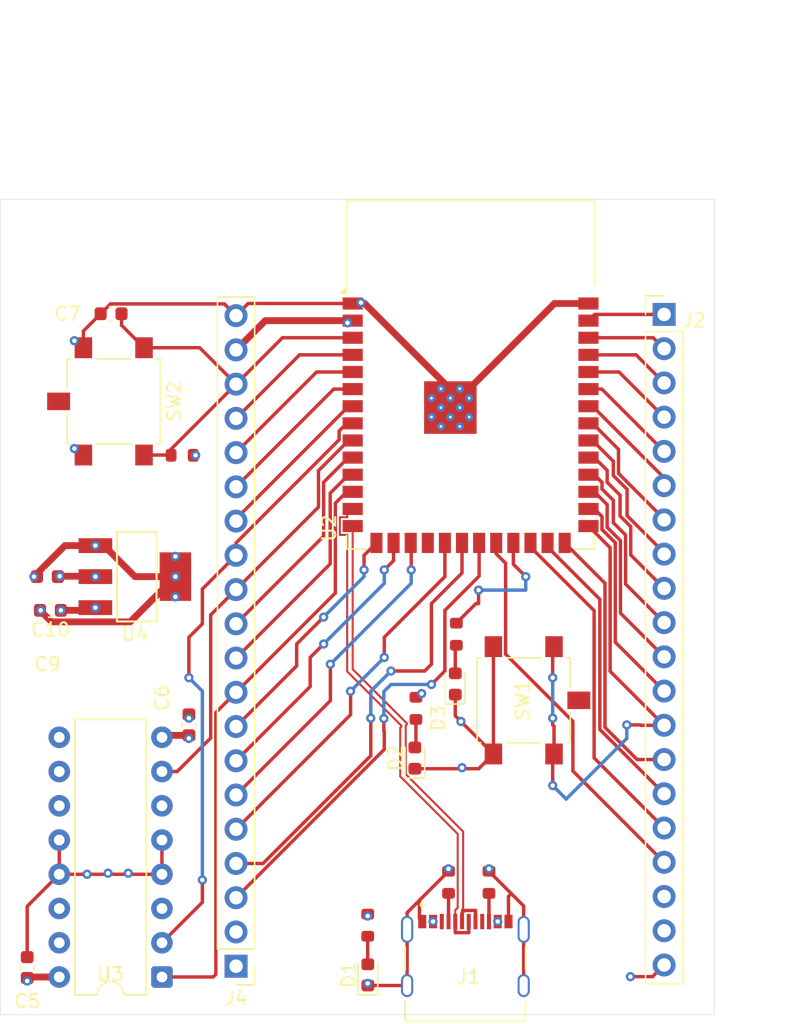
<source format=kicad_pcb>
(kicad_pcb (version 20241229) (generator "pcbnew") (generator_version "9.0")
  (layers (0 "F.Cu" signal "Front") (4 "In1.Cu" signal) (6 "In2.Cu" signal) (2 "B.Cu" signal "Back") (13 "F.Paste" user) (15 "B.Paste" user) (5 "F.SilkS" user "F.Silkscreen") (7 "B.SilkS" user "B.Silkscreen") (1 "F.Mask" user) (3 "B.Mask" user) (25 "Edge.Cuts" user))
  (net 0 "")
  (net 1 "GND")
  (net 2 "+3V3")
  (net 3 "+5V")
  (net 4 "EN")
  (net 5 "Net-(D1-A)")
  (net 6 "Net-(D2-A)")
  (net 7 "Net-(D3-A)")
  (net 9 "Net-(J1-CC1)")
  (net 10 "D+")
  (net 11 "Net-(J1-CC2)")
  (net 12 "D-")
  (net 14 "GPIO_21")
  (net 15 "GPIO_0")
  (net 16 "Select")
  (net 17 "In1")
  (net 18 "RX")
  (net 19 "A")
  (net 20 "Z1")
  (net 21 "ENA")
  (net 22 "RT")
  (net 23 "SX")
  (net 24 "GPIO_40")
  (net 25 "GPIO_41")
  (net 26 "X")
  (net 27 "GPIO_37")
  (net 28 "Start")
  (net 29 "GPIO_38")
  (net 30 "B")
  (net 31 "DL")
  (net 32 "GPIO_36")
  (net 33 "GPIO_18")
  (net 34 "GPIO_35")
  (net 35 "TX")
  (net 36 "CY")
  (net 37 "Y")
  (net 38 "DU")
  (net 39 "Z2")
  (net 40 "DR")
  (net 41 "CX")
  (net 42 "DD")
  (net 43 "GPIO_39")
  (net 44 "LT")
  (net 45 "In2")
  (net 46 "SY")
  (net 47 "M+")
  (net 49 "M-")
  (net 54 "GPIO_48")
  (footprint "PCM_JLCPCB:R_0603" (layer "F.Cu") (at 131.85 103.2725 -90)
    (property "Reference" "R6" (hide yes))
    (property "Value" "5.1kΩ")
  )
  (footprint "PCM_JLCPCB:R_0603" (layer "F.Cu") (at 125.27 124.855 -90)
    (property "Reference" "R4" (hide yes))
    (property "Value" "5.1kΩ")
  )
  (footprint "Package_DIP:DIP-16_W7.62mm" (layer "F.Cu") (at 110 128.7 180)
    (property "Reference" "U3")
    (property "Value" "L293D" (hide yes))
  )
  (footprint "LED_SMD:LED_0603_1608Metric" (layer "F.Cu") (at 131.77 106.9625 90)
    (property "Reference" "D3")
    (property "Value" "LED")
  )
  (footprint "PCM_JLCPCB:R_0603" (layer "F.Cu") (at 128.85 108.7725 -90)
    (property "Reference" "R5" (hide yes))
    (property "Value" "5.1kΩ")
  )
  (footprint "Connector_PinHeader_2.54mm:PinHeader_1x20_P2.54mm_Vertical" (layer "F.Cu") (at 115.5 127.9 180)
    (property "Reference" "J4")
    (property "Value" "Conn_01x20_Socket" (hide yes))
  )
  (footprint "LED_SMD:LED_0603_1608Metric" (layer "F.Cu") (at 128.77 112.4625 90)
    (property "Reference" "D2")
    (property "Value" "LED")
  )
  (footprint "Capacitor_SMD:C_0603_1608Metric" (layer "F.Cu") (at 101.725 101.5 180)
    (property "Reference" "C10")
    (property "Value" "1uF" (hide yes))
  )
  (footprint "LED_SMD:LED_0603_1608Metric" (layer "F.Cu") (at 125.28 128.545 90)
    (property "Reference" "D1")
    (property "Value" "LED")
  )
  (footprint "PCM_JLCPCB:R_0603" (layer "F.Cu") (at 111.5 90 180)
    (property "Reference" "R1" (hide yes))
    (property "Value" "5.1kΩ")
  )
  (footprint "Button_Switch_SMD:SW_SPST_B3S-1100" (layer "F.Cu") (at 105.5 86 -90)
    (property "Reference" "SW2")
    (property "Value" "SW_Push")
  )
  (footprint "Capacitor_SMD:C_0603_1608Metric" (layer "F.Cu") (at 112 110 90)
    (property "Reference" "C6")
    (property "Value" "100uF")
  )
  (footprint "PCM_JLCPCB:R_0603" (layer "F.Cu") (at 134.27 121.675 90)
    (property "Reference" "R2" (hide yes))
    (property "Value" "5.1kΩ")
  )
  (footprint "PCM_JLCPCB:R_0603" (layer "F.Cu") (at 131.27 121.675 -90)
    (property "Reference" "R3" (hide yes))
    (property "Value" "5.1kΩ")
  )
  (footprint "Type_C:Updated_TYPE-C-31-M-12" (layer "F.Cu") (at 132.52 129.3375)
    (property "Reference" "J1")
    (property "Value" "TYPE-C-31-M-12")
  )
  (footprint "Connector_PinHeader_2.54mm:PinHeader_1x20_P2.54mm_Vertical" (layer "F.Cu") (at 147.27 79.55)
    (property "Reference" "J2")
    (property "Value" "Conn_01x20_Socket" (hide yes))
  )
  (footprint "Capacitor_SMD:C_0603_1608Metric" (layer "F.Cu") (at 106.225 79.5)
    (property "Reference" "C7")
    (property "Value" "1uF")
  )
  (footprint "RF_Module:ESP32-S3-WROOM-1" (layer "F.Cu") (at 132.905 84)
    (property "Reference" "U2")
    (property "Value" "ESP32-S3-WROOM-1")
  )
  (footprint "Capacitor_SMD:C_0603_1608Metric" (layer "F.Cu") (at 101.5 99 180)
    (property "Reference" "C9")
    (property "Value" "1uF" (hide yes))
  )
  (footprint "Button_Switch_SMD:SW_SPST_B3S-1100" (layer "F.Cu") (at 137.77 108.175 90)
    (property "Reference" "SW1")
    (property "Value" "SW_Push")
  )
  (footprint "Capacitor_SMD:C_0603_1608Metric" (layer "F.Cu") (at 100 128 90)
    (property "Reference" "C5")
    (property "Value" "0.1uF")
  )
  (footprint "bl8072:bl8072" (layer "F.Cu") (at 108.03 99 180)
    (property "Reference" "U4")
    (property "Value" "~" (hide yes))
  )
  (gr_rect (start 98 71) (end 151 131.5) (stroke (width 0.0381)) (fill no) (layer "Edge.Cuts"))
  (segment (start 131.27 120.855) (end 129.11 123.015) (width 0.254) (layer "F.Cu") (net 1))
  (segment (start 131.405 85.1) (end 131.405 86.46) (width 0.508) (layer "F.Cu") (net 1))
  (segment (start 105.7 96.7) (end 108 99) (width 0.508) (layer "F.Cu") (net 1))
  (segment (start 104.17 80.78) (end 105.45 79.5) (width 0.254) (layer "F.Cu") (net 1))
  (segment (start 100.5 99) (end 102.8 96.7) (width 0.508) (layer "F.Cu") (net 1))
  (segment (start 108 99) (end 111 99) (width 0.508) (layer "F.Cu") (net 1))
  (segment (start 139.125 78.74) (end 131.405 86.46) (width 0.508) (layer "F.Cu") (net 1))
  (segment (start 105.06 96.7) (end 105.7 96.7) (width 0.508) (layer "F.Cu") (net 1))
  (segment (start 100 127.225) (end 100 123.46) (width 0.254) (layer "F.Cu") (net 1))
  (segment (start 129.11 123.015) (end 128.195 123.93) (width 0.254) (layer "F.Cu") (net 1))
  (segment (start 134.6 104.195) (end 134.6 112.155) (width 0.254) (layer "F.Cu") (net 1))
  (segment (start 128.19 129.3325) (end 128.195 129.3375) (width 0.254) (layer "F.Cu") (net 1))
  (segment (start 135.93 122.515) (end 136.845 123.43) (width 0.254) (layer "F.Cu") (net 1))
  (segment (start 135.72 122.725) (end 135.93 122.515) (width 0.254) (layer "F.Cu") (net 1))
  (segment (start 107.643 102.357) (end 111 99) (width 0.508) (layer "F.Cu") (net 1))
  (segment (start 110 118.54) (end 110 121.08) (width 0.254) (layer "F.Cu") (net 1))
  (segment (start 141.655 78.74) (end 139.125 78.74) (width 0.508) (layer "F.Cu") (net 1))
  (segment (start 100.95 101.5) (end 101.807 102.357) (width 0.508) (layer "F.Cu") (net 1))
  (segment (start 101.807 102.357) (end 107.643 102.357) (width 0.508) (layer "F.Cu") (net 1))
  (segment (start 102.8 96.7) (end 105.06 96.7) (width 0.508) (layer "F.Cu") (net 1))
  (segment (start 129.11 124.3775) (end 129.11 123.015) (width 0.254) (layer "F.Cu") (net 1))
  (segment (start 106.18 78.77) (end 105.45 79.5) (width 0.254) (layer "F.Cu") (net 1))
  (segment (start 134.27 120.855) (end 135.93 122.515) (width 0.254) (layer "F.Cu") (net 1))
  (segment (start 114.63 78.77) (end 106.18 78.77) (width 0.254) (layer "F.Cu") (net 1))
  (segment (start 131.77 109.325) (end 134.6 112.155) (width 0.254) (layer "F.Cu") (net 1))
  (segment (start 102.38 118.54) (end 102.38 121.08) (width 0.254) (layer "F.Cu") (net 1))
  (segment (start 115.5 79.64) (end 114.63 78.77) (width 0.254) (layer "F.Cu") (net 1))
  (segment (start 125.28 129.3325) (end 128.19 129.3325) (width 0.254) (layer "F.Cu") (net 1))
  (segment (start 124.155 78.74) (end 125.045 78.74) (width 0.508) (layer "F.Cu") (net 1))
  (segment (start 100 123.46) (end 102.38 121.08) (width 0.254) (layer "F.Cu") (net 1))
  (segment (start 136.845 123.43) (end 136.845 125.1675) (width 0.254) (layer "F.Cu") (net 1))
  (segment (start 102.38 121.08) (end 110 121.08) (width 0.254) (layer "F.Cu") (net 1))
  (segment (start 133.505 113.25) (end 134.6 112.155) (width 0.254) (layer "F.Cu") (net 1))
  (segment (start 131.77 107.75) (end 131.77 109.325) (width 0.254) (layer "F.Cu") (net 1))
  (segment (start 128.77 113.25) (end 133.505 113.25) (width 0.254) (layer "F.Cu") (net 1))
  (segment (start 115.5 79.64) (end 116.4 78.74) (width 0.254) (layer "F.Cu") (net 1))
  (segment (start 128.195 125.1675) (end 128.195 129.3375) (width 0.254) (layer "F.Cu") (net 1))
  (segment (start 129.32 124.5875) (end 129.11 124.3775) (width 0.254) (layer "F.Cu") (net 1))
  (segment (start 116.4 78.74) (end 124.155 78.74) (width 0.254) (layer "F.Cu") (net 1))
  (segment (start 125.045 78.74) (end 131.405 85.1) (width 0.508) (layer "F.Cu") (net 1))
  (segment (start 136.845 125.1675) (end 136.845 129.3375) (width 0.254) (layer "F.Cu") (net 1))
  (segment (start 128.195 123.93) (end 128.195 125.1675) (width 0.254) (layer "F.Cu") (net 1))
  (segment (start 104.17 82.02) (end 104.17 80.78) (width 0.254) (layer "F.Cu") (net 1))
  (segment (start 135.72 124.5875) (end 135.72 122.725) (width 0.254) (layer "F.Cu") (net 1))
  (via (at 106 121) (size 0.6858) (drill 0.3302) (layers "F.Cu" "B.Cu") (net 1))
  (via (at 104.44373 121.08) (size 0.6858) (drill 0.3302) (layers "F.Cu" "B.Cu") (net 1))
  (via (at 101 101.5) (size 0.6858) (drill 0.3302) (layers "F.Cu" "B.Cu") (net 1))
  (via (at 111 97.5) (size 0.6858) (drill 0.3302) (layers "F.Cu" "B.Cu") (net 1))
  (via (at 105.06 96.7) (size 0.6858) (drill 0.3302) (layers "F.Cu" "B.Cu") (net 1))
  (via (at 103.5 89.5) (size 0.6858) (drill 0.3302) (layers "F.Cu" "B.Cu") (net 1))
  (via (at 134.27 120.675) (size 0.6858) (drill 0.3302) (layers "F.Cu" "B.Cu") (net 1))
  (via (at 125.27 129.175) (size 0.6858) (drill 0.3302) (layers "F.Cu" "B.Cu") (net 1))
  (via (at 111 99) (size 0.6858) (drill 0.3302) (layers "F.Cu" "B.Cu") (net 1))
  (via (at 111 100.5) (size 0.6858) (drill 0.3302) (layers "F.Cu" "B.Cu") (net 1))
  (via (at 131.27 120.675) (size 0.6858) (drill 0.3302) (layers "F.Cu" "B.Cu") (net 1))
  (via (at 103.5 81.5) (size 0.6858) (drill 0.3302) (layers "F.Cu" "B.Cu") (net 1))
  (via (at 107.5 121) (size 0.6858) (drill 0.3302) (layers "F.Cu" "B.Cu") (net 1))
  (via (at 100.5 99) (size 0.6858) (drill 0.3302) (layers "F.Cu" "B.Cu") (net 1))
  (via (at 112 109.5) (size 0.6858) (drill 0.3302) (layers "F.Cu" "B.Cu") (net 1))
  (via (at 124.77 78.675) (size 0.6858) (drill 0.3302) (layers "F.Cu" "B.Cu") (net 1))
  (via (at 132.190731 109.745731) (size 0.6858) (drill 0.3302) (layers "F.Cu" "B.Cu") (net 1))
  (via (at 132.27 113.175) (size 0.6858) (drill 0.3302) (layers "F.Cu" "B.Cu") (net 1))
  (segment (start 115.5 82.18) (end 117.67 80.01) (width 0.508) (layer "F.Cu") (net 2))
  (segment (start 105.031278 98.971278) (end 105.06 99) (width 0.508) (layer "F.Cu") (net 2))
  (segment (start 117.67 80.01) (end 124.155 80.01) (width 0.508) (layer "F.Cu") (net 2))
  (segment (start 102.415246 98.971278) (end 105.031278 98.971278) (width 0.508) (layer "F.Cu") (net 2))
  (via (at 123.77 80.175) (size 0.6858) (drill 0.3302) (layers "F.Cu" "B.Cu") (net 2))
  (via (at 102.415246 98.971278) (size 0.6858) (drill 0.3302) (layers "F.Cu" "B.Cu") (net 2))
  (via (at 112.5 90) (size 0.6858) (drill 0.3302) (layers "F.Cu" "B.Cu") (net 2))
  (via (at 105.06 99) (size 0.6858) (drill 0.3302) (layers "F.Cu" "B.Cu") (net 2))
  (via (at 129.27 107.675) (size 0.6858) (drill 0.3302) (layers "F.Cu" "B.Cu") (net 2))
  (segment (start 104.86 101.5) (end 105.06 101.3) (width 0.508) (layer "F.Cu") (net 3))
  (segment (start 146.405 128.675) (end 147.27 127.81) (width 0.254) (layer "F.Cu") (net 3))
  (segment (start 110.145 110.775) (end 110 110.92) (width 0.254) (layer "F.Cu") (net 3))
  (segment (start 102.5 101.5) (end 104.86 101.5) (width 0.508) (layer "F.Cu") (net 3))
  (segment (start 102.38 128.7) (end 100.075 128.7) (width 0.508) (layer "F.Cu") (net 3))
  (segment (start 111.855 110.92) (end 112 110.775) (width 0.254) (layer "F.Cu") (net 3))
  (segment (start 144.77 128.675) (end 146.405 128.675) (width 0.254) (layer "F.Cu") (net 3))
  (segment (start 100.075 128.7) (end 100 128.775) (width 0.254) (layer "F.Cu") (net 3))
  (segment (start 112 110.775) (end 110.145 110.775) (width 0.508) (layer "F.Cu") (net 3))
  (via (at 102.5 101.5) (size 0.6858) (drill 0.3302) (layers "F.Cu" "B.Cu") (net 3))
  (via (at 125.27 124.175) (size 0.6858) (drill 0.3302) (layers "F.Cu" "B.Cu") (net 3))
  (via (at 112 111) (size 0.6858) (drill 0.3302) (layers "F.Cu" "B.Cu") (net 3))
  (via (at 130.12 124.5875) (size 0.6858) (drill 0.3302) (layers "F.Cu" "B.Cu") (net 3))
  (via (at 105.06 101.3) (size 0.6858) (drill 0.3302) (layers "F.Cu" "B.Cu") (net 3))
  (via (at 100 129) (size 0.6858) (drill 0.3302) (layers "F.Cu" "B.Cu") (net 3))
  (via (at 144.77 128.675) (size 0.6858) (drill 0.3302) (layers "F.Cu" "B.Cu") (net 3))
  (via (at 134.92 124.5875) (size 0.6858) (drill 0.3302) (layers "F.Cu" "B.Cu") (net 3))
  (segment (start 112.8 82.02) (end 115.5 84.72) (width 0.254) (layer "F.Cu") (net 4))
  (segment (start 110.66 89.98) (end 110.68 90) (width 0.254) (layer "F.Cu") (net 4))
  (segment (start 108.67 82.02) (end 112.8 82.02) (width 0.254) (layer "F.Cu") (net 4))
  (segment (start 110.68 89.54) (end 115.5 84.72) (width 0.254) (layer "F.Cu") (net 4))
  (segment (start 118.94 81.28) (end 124.155 81.28) (width 0.254) (layer "F.Cu") (net 4))
  (segment (start 108.67 89.98) (end 110.66 89.98) (width 0.254) (layer "F.Cu") (net 4))
  (segment (start 107 80.35) (end 108.67 82.02) (width 0.254) (layer "F.Cu") (net 4))
  (segment (start 115.5 84.72) (end 118.94 81.28) (width 0.254) (layer "F.Cu") (net 4))
  (segment (start 110.68 90) (end 110.68 89.54) (width 0.254) (layer "F.Cu") (net 4))
  (segment (start 107 79.5) (end 107 80.35) (width 0.254) (layer "F.Cu") (net 4))
  (segment (start 125.27 127.7475) (end 125.28 127.7575) (width 0.254) (layer "F.Cu") (net 5))
  (segment (start 125.27 125.675) (end 125.27 127.7475) (width 0.254) (layer "F.Cu") (net 5))
  (segment (start 128.85 109.5925) (end 128.85 111.595) (width 0.254) (layer "F.Cu") (net 6))
  (segment (start 128.85 111.595) (end 128.77 111.675) (width 0.254) (layer "F.Cu") (net 6))
  (segment (start 131.77 106.175) (end 131.77 104.1725) (width 0.254) (layer "F.Cu") (net 7))
  (segment (start 131.77 104.1725) (end 131.85 104.0925) (width 0.254) (layer "F.Cu") (net 7))
  (segment (start 131.27 122.495) (end 131.27 124.5875) (width 0.254) (layer "F.Cu") (net 9))
  (segment (start 133.269 123.7625) (end 133.27 123.7635) (width 0.254) (layer "F.Cu") (net 10))
  (segment (start 132.445 123.7625) (end 133.269 123.7625) (width 0.254) (layer "F.Cu") (net 10))
  (segment (start 132.27 124.5875) (end 132.27 123.732499) (width 0.1524) (layer "F.Cu") (net 10))
  (segment (start 132.27 123.732499) (end 132.35558 123.646919) (width 0.1524) (layer "F.Cu") (net 10))
  (segment (start 132.27 124.5875) (end 132.27 123.9375) (width 0.254) (layer "F.Cu") (net 10))
  (segment (start 132.35558 123.646919) (end 132.35558 117.914782) (width 0.1524) (layer "F.Cu") (net 10))
  (segment (start 128.0908 110.045468) (end 128.1708 109.965468) (width 0.1524) (layer "F.Cu") (net 10))
  (segment (start 132.2232 124.1207) (end 132.2232 124.009168) (width 0.1524) (layer "F.Cu") (net 10))
  (segment (start 128.0908 113.650002) (end 128.0908 110.045468) (width 0.1524) (layer "F.Cu") (net 10))
  (segment (start 132.27 123.9375) (end 132.445 123.7625) (width 0.254) (layer "F.Cu") (net 10))
  (segment (start 124.155 105.867632) (end 124.155 95.25) (width 0.1524) (layer "F.Cu") (net 10))
  (segment (start 132.27 124.5875) (end 132.27 124.1675) (width 0.1524) (layer "F.Cu") (net 10))
  (segment (start 128.1708 109.883432) (end 124.155 105.867632) (width 0.1524) (layer "F.Cu") (net 10))
  (segment (start 132.35558 117.914782) (end 128.0908 113.650002) (width 0.1524) (layer "F.Cu") (net 10))
  (segment (start 132.27 124.1675) (end 132.2232 124.1207) (width 0.1524) (layer "F.Cu") (net 10))
  (segment (start 133.27 123.7635) (end 133.27 124.5875) (width 0.254) (layer "F.Cu") (net 10))
  (segment (start 128.1708 109.965468) (end 128.1708 109.883432) (width 0.1524) (layer "F.Cu") (net 10))
  (segment (start 134.27 122.495) (end 134.27 124.5875) (width 0.254) (layer "F.Cu") (net 11))
  (segment (start 127.68442 110.213796) (end 127.76442 110.133796) (width 0.1524) (layer "F.Cu") (net 12))
  (segment (start 123.7486 94.5958) (end 123.7486 94.3864) (width 0.1524) (layer "F.Cu") (net 12))
  (segment (start 131.8168 124.1207) (end 131.77 124.1675) (width 0.1524) (layer "F.Cu") (net 12))
  (segment (start 131.9492 118.08311) (end 127.68442 113.81833) (width 0.1524) (layer "F.Cu") (net 12))
  (segment (start 131.77 124.5875) (end 131.77 125.4115) (width 0.254) (layer "F.Cu") (net 12))
  (segment (start 132.769 125.4125) (end 132.77 125.4115) (width 0.254) (layer "F.Cu") (net 12))
  (segment (start 131.77 124.5875) (end 131.77 123.732499) (width 0.1524) (layer "F.Cu") (net 12))
  (segment (start 131.9492 123.553299) (end 131.9492 118.08311) (width 0.1524) (layer "F.Cu") (net 12))
  (segment (start 123.2008 95.9042) (end 123.2008 94.5958) (width 0.1524) (layer "F.Cu") (net 12))
  (segment (start 131.77 123.732499) (end 131.9492 123.553299) (width 0.1524) (layer "F.Cu") (net 12))
  (segment (start 123.7486 94.3864) (end 124.155 93.98) (width 0.1524) (layer "F.Cu") (net 12))
  (segment (start 123.7486 95.9042) (end 123.2008 95.9042) (width 0.1524) (layer "F.Cu") (net 12))
  (segment (start 131.77 124.1675) (end 131.77 124.5875) (width 0.1524) (layer "F.Cu") (net 12))
  (segment (start 132.77 125.4115) (end 132.77 124.5875) (width 0.254) (layer "F.Cu") (net 12))
  (segment (start 123.2008 94.5958) (end 123.7486 94.5958) (width 0.1524) (layer "F.Cu") (net 12))
  (segment (start 127.76442 110.051788) (end 123.7486 106.035968) (width 0.1524) (layer "F.Cu") (net 12))
  (segment (start 131.77 125.4115) (end 131.771 125.4125) (width 0.254) (layer "F.Cu") (net 12))
  (segment (start 127.76442 110.133796) (end 127.76442 110.051788) (width 0.1524) (layer "F.Cu") (net 12))
  (segment (start 127.68442 113.81833) (end 127.68442 110.213796) (width 0.1524) (layer "F.Cu") (net 12))
  (segment (start 131.771 125.4125) (end 132.769 125.4125) (width 0.254) (layer "F.Cu") (net 12))
  (segment (start 123.7486 106.035968) (end 123.7486 95.9042) (width 0.1524) (layer "F.Cu") (net 12))
  (segment (start 131.85 102.4525) (end 133.3025 101) (width 0.254) (layer "F.Cu") (net 14))
  (segment (start 133.3025 101) (end 133.5 101) (width 0.254) (layer "F.Cu") (net 14))
  (segment (start 133.5 101) (end 133.5 100) (width 0.254) (layer "F.Cu") (net 14))
  (segment (start 136.08 98.08) (end 136.08 96.5) (width 0.254) (layer "F.Cu") (net 14))
  (segment (start 137 99) (end 136.08 98.08) (width 0.254) (layer "F.Cu") (net 14))
  (via (at 137 99) (size 0.6858) (drill 0.3302) (layers "F.Cu" "B.Cu") (net 14))
  (via (at 133.5 100) (size 0.6858) (drill 0.3302) (layers "F.Cu" "B.Cu") (net 14))
  (segment (start 137 100) (end 137 99) (width 0.254) (layer "B.Cu") (net 14))
  (segment (start 133.5 100) (end 137 100) (width 0.254) (layer "B.Cu") (net 14))
  (segment (start 139 112.255) (end 139.1 112.155) (width 0.254) (layer "F.Cu") (net 15))
  (segment (start 139 110) (end 139 109.5) (width 0.254) (layer "F.Cu") (net 15))
  (segment (start 139.1 110.1) (end 139 110) (width 0.254) (layer "F.Cu") (net 15))
  (segment (start 147.27 110.03) (end 143.264 106.024) (width 0.254) (layer "F.Cu") (net 15))
  (segment (start 147.27 110.03) (end 145.53 110.03) (width 0.254) (layer "F.Cu") (net 15))
  (segment (start 139 114.5) (end 139 112.255) (width 0.254) (layer "F.Cu") (net 15))
  (segment (start 139 106.5) (end 139 104.295) (width 0.254) (layer "F.Cu") (net 15))
  (segment (start 139 104.295) (end 139.1 104.195) (width 0.254) (layer "F.Cu") (net 15))
  (segment (start 139.1 112.155) (end 139.1 110.1) (width 0.254) (layer "F.Cu") (net 15))
  (segment (start 143.264 96.859) (end 141.655 95.25) (width 0.254) (layer "F.Cu") (net 15))
  (segment (start 143.264 106.024) (end 143.264 96.859) (width 0.254) (layer "F.Cu") (net 15))
  (segment (start 145.53 110.03) (end 145.5 110) (width 0.254) (layer "F.Cu") (net 15))
  (segment (start 145.5 110) (end 144.5 110) (width 0.254) (layer "F.Cu") (net 15))
  (via (at 139 114.5) (size 0.6858) (drill 0.3302) (layers "F.Cu" "B.Cu") (net 15))
  (via (at 139 109.5) (size 0.6858) (drill 0.3302) (layers "F.Cu" "B.Cu") (net 15))
  (via (at 139 106.5) (size 0.6858) (drill 0.3302) (layers "F.Cu" "B.Cu") (net 15))
  (via (at 144.5 110) (size 0.6858) (drill 0.3302) (layers "F.Cu" "B.Cu") (net 15))
  (segment (start 144.5 110) (end 144.5 111) (width 0.254) (layer "B.Cu") (net 15))
  (segment (start 140 115.5) (end 139 114.5) (width 0.254) (layer "B.Cu") (net 15))
  (segment (start 144.5 111) (end 140 115.5) (width 0.254) (layer "B.Cu") (net 15))
  (segment (start 139 109.5) (end 139 106.5) (width 0.254) (layer "B.Cu") (net 15))
  (segment (start 122.75 85.09) (end 124.155 85.09) (width 0.254) (layer "F.Cu") (net 16))
  (segment (start 115.5 92.34) (end 122.75 85.09) (width 0.254) (layer "F.Cu") (net 16))
  (segment (start 113 123.16) (end 110 126.16) (width 0.254) (layer "F.Cu") (net 17))
  (segment (start 113 99.92) (end 113 102.5) (width 0.254) (layer "F.Cu") (net 17))
  (segment (start 115.5 97.42) (end 113 99.92) (width 0.254) (layer "F.Cu") (net 17))
  (segment (start 123.15 88.85) (end 123.15 88.195) (width 0.254) (layer "F.Cu") (net 17))
  (segment (start 113 121.5) (end 113 123.16) (width 0.254) (layer "F.Cu") (net 17))
  (segment (start 112 103.5) (end 112 106.5) (width 0.254) (layer "F.Cu") (net 17))
  (segment (start 123.715 87.63) (end 124.155 87.63) (width 0.254) (layer "F.Cu") (net 17))
  (segment (start 113 102.5) (end 112 103.5) (width 0.254) (layer "F.Cu") (net 17))
  (segment (start 123.15 88.195) (end 123.715 87.63) (width 0.254) (layer "F.Cu") (net 17))
  (segment (start 115.5 96.5) (end 123.15 88.85) (width 0.254) (layer "F.Cu") (net 17))
  (segment (start 115.5 97.42) (end 115.5 96.5) (width 0.254) (layer "F.Cu") (net 17))
  (via (at 113 121.5) (size 0.6858) (drill 0.3302) (layers "F.Cu" "B.Cu") (net 17))
  (via (at 112 106.5) (size 0.6858) (drill 0.3302) (layers "F.Cu" "B.Cu") (net 17))
  (segment (start 113 107.5) (end 113 121.5) (width 0.254) (layer "B.Cu") (net 17))
  (segment (start 112 106.5) (end 113 107.5) (width 0.254) (layer "B.Cu") (net 17))
  (segment (start 143.92 83.82) (end 141.655 83.82) (width 0.254) (layer "F.Cu") (net 18))
  (segment (start 147.27 87.17) (end 143.92 83.82) (width 0.254) (layer "F.Cu") (net 18))
  (segment (start 147.27 79.55) (end 142.115 79.55) (width 0.254) (layer "F.Cu") (net 19))
  (segment (start 142.115 79.55) (end 141.655 80.01) (width 0.254) (layer "F.Cu") (net 19))
  (segment (start 115.5 115.2) (end 122.5 108.2) (width 0.254) (layer "F.Cu") (net 20))
  (segment (start 122.5 108.2) (end 122.5 105.5) (width 0.254) (layer "F.Cu") (net 20))
  (segment (start 128.5 96.54) (end 128.46 96.5) (width 0.254) (layer "F.Cu") (net 20))
  (segment (start 128.5 98.5) (end 128.5 96.54) (width 0.254) (layer "F.Cu") (net 20))
  (via (at 122.5 105.5) (size 0.6858) (drill 0.3302) (layers "F.Cu" "B.Cu") (net 20))
  (via (at 128.5 98.5) (size 0.6858) (drill 0.3302) (layers "F.Cu" "B.Cu") (net 20))
  (segment (start 122.5 105.5) (end 128.5 99.5) (width 0.254) (layer "B.Cu") (net 20))
  (segment (start 128.5 99.5) (end 128.5 98.5) (width 0.254) (layer "B.Cu") (net 20))
  (segment (start 123.715 92.71) (end 124.155 92.71) (width 0.254) (layer "F.Cu") (net 21))
  (segment (start 122.8696 93.5554) (end 123.715 92.71) (width 0.254) (layer "F.Cu") (net 21))
  (segment (start 114 109.08) (end 114 128.5) (width 0.254) (layer "F.Cu") (net 21))
  (segment (start 115.5 107.58) (end 114 109.08) (width 0.254) (layer "F.Cu") (net 21))
  (segment (start 114 128.5) (end 113.8 128.7) (width 0.254) (layer "F.Cu") (net 21))
  (segment (start 113.8 128.7) (end 110 128.7) (width 0.254) (layer "F.Cu") (net 21))
  (segment (start 115.5 107.58) (end 122.8696 100.2104) (width 0.254) (layer "F.Cu") (net 21))
  (segment (start 122.8696 100.2104) (end 122.8696 93.5554) (width 0.254) (layer "F.Cu") (net 21))
  (segment (start 122 96) (end 122 92) (width 0.254) (layer "F.Cu") (net 22))
  (segment (start 123.83 90.17) (end 124.155 90.17) (width 0.254) (layer "F.Cu") (net 22))
  (segment (start 115.5 102.5) (end 122 96) (width 0.254) (layer "F.Cu") (net 22))
  (segment (start 122 92) (end 123.83 90.17) (width 0.254) (layer "F.Cu") (net 22))
  (segment (start 115.5 117.74) (end 124 109.24) (width 0.254) (layer "F.Cu") (net 23))
  (segment (start 126.5 105) (end 126.5 103.5) (width 0.254) (layer "F.Cu") (net 23))
  (segment (start 131 99) (end 131 96.5) (width 0.254) (layer "F.Cu") (net 23))
  (segment (start 126.5 103.5) (end 131 99) (width 0.254) (layer "F.Cu") (net 23))
  (segment (start 124 109.24) (end 124 107.5) (width 0.254) (layer "F.Cu") (net 23))
  (via (at 126.5 105) (size 0.6858) (drill 0.3302) (layers "F.Cu" "B.Cu") (net 23))
  (via (at 124 107.5) (size 0.6858) (drill 0.3302) (layers "F.Cu" "B.Cu") (net 23))
  (segment (start 124 107.5) (end 126.5 105) (width 0.254) (layer "B.Cu") (net 23))
  (segment (start 147.27 94.79) (end 147.27 94.72977) (width 0.254) (layer "F.Cu") (net 24))
  (segment (start 147.27 94.72977) (end 143.882 91.34177) (width 0.254) (layer "F.Cu") (net 24))
  (segment (start 143.882 91.34177) (end 143.882 89.557) (width 0.254) (layer "F.Cu") (net 24))
  (segment (start 143.882 89.557) (end 141.955 87.63) (width 0.254) (layer "F.Cu") (net 24))
  (segment (start 141.955 87.63) (end 141.655 87.63) (width 0.254) (layer "F.Cu") (net 24))
  (segment (start 147.27 92.25) (end 147.27 91.675) (width 0.254) (layer "F.Cu") (net 25))
  (segment (start 141.955 86.36) (end 141.655 86.36) (width 0.254) (layer "F.Cu") (net 25))
  (segment (start 147.27 91.675) (end 141.955 86.36) (width 0.254) (layer "F.Cu") (net 25))
  (segment (start 120 105.62) (end 120 104) (width 0.254) (layer "F.Cu") (net 26))
  (segment (start 115.5 110.12) (end 120 105.62) (width 0.254) (layer "F.Cu") (net 26))
  (segment (start 125 98.5) (end 125 97.42) (width 0.254) (layer "F.Cu") (net 26))
  (segment (start 120 104) (end 122 102) (width 0.254) (layer "F.Cu") (net 26))
  (segment (start 125 97.42) (end 125.92 96.5) (width 0.254) (layer "F.Cu") (net 26))
  (via (at 125 98.5) (size 0.6858) (drill 0.3302) (layers "F.Cu" "B.Cu") (net 26))
  (via (at 122 102) (size 0.6858) (drill 0.3302) (layers "F.Cu" "B.Cu") (net 26))
  (segment (start 122 102) (end 125 99) (width 0.254) (layer "B.Cu") (net 26))
  (segment (start 125 99) (end 125 98.5) (width 0.254) (layer "B.Cu") (net 26))
  (segment (start 142.095 91.44) (end 141.655 91.44) (width 0.254) (layer "F.Cu") (net 27))
  (segment (start 147.27 102.41) (end 144.410001 99.550001) (width 0.254) (layer "F.Cu") (net 27))
  (segment (start 144.410001 99.550001) (end 144.410001 95.910001) (width 0.254) (layer "F.Cu") (net 27))
  (segment (start 142.66 92.5) (end 142.66 92.005) (width 0.254) (layer "F.Cu") (net 27))
  (segment (start 142.66 92.005) (end 142.095 91.44) (width 0.254) (layer "F.Cu") (net 27))
  (segment (start 143.5 93.34) (end 142.66 92.5) (width 0.254) (layer "F.Cu") (net 27))
  (segment (start 144.410001 95.910001) (end 143.5 95) (width 0.254) (layer "F.Cu") (net 27))
  (segment (start 143.5 95) (end 143.5 93.34) (width 0.254) (layer "F.Cu") (net 27))
  (segment (start 121.48 83.82) (end 124.155 83.82) (width 0.254) (layer "F.Cu") (net 28))
  (segment (start 115.5 89.8) (end 121.48 83.82) (width 0.254) (layer "F.Cu") (net 28))
  (segment (start 144 92.958) (end 143.042 92) (width 0.254) (layer "F.Cu") (net 29))
  (segment (start 147.27 99.87) (end 144.792001 97.392001) (width 0.254) (layer "F.Cu") (net 29))
  (segment (start 144 94.5) (end 144 92.958) (width 0.254) (layer "F.Cu") (net 29))
  (segment (start 143.042 92) (end 143.042 91.117) (width 0.254) (layer "F.Cu") (net 29))
  (segment (start 144.792001 97.392001) (end 144.792001 95.292001) (width 0.254) (layer "F.Cu") (net 29))
  (segment (start 143.042 91.117) (end 142.095 90.17) (width 0.254) (layer "F.Cu") (net 29))
  (segment (start 142.095 90.17) (end 141.655 90.17) (width 0.254) (layer "F.Cu") (net 29))
  (segment (start 144.792001 95.292001) (end 144 94.5) (width 0.254) (layer "F.Cu") (net 29))
  (segment (start 147.27 82.09) (end 146.46 81.28) (width 0.254) (layer "F.Cu") (net 30))
  (segment (start 146.46 81.28) (end 141.655 81.28) (width 0.254) (layer "F.Cu") (net 30))
  (segment (start 142.882 110.18177) (end 142.882 99.492) (width 0.254) (layer "F.Cu") (net 31))
  (segment (start 142.882 99.492) (end 139.89 96.5) (width 0.254) (layer "F.Cu") (net 31))
  (segment (start 145.27023 112.57) (end 142.882 110.18177) (width 0.254) (layer "F.Cu") (net 31))
  (segment (start 147.27 112.57) (end 145.27023 112.57) (width 0.254) (layer "F.Cu") (net 31))
  (segment (start 143.042 93.657) (end 142.095 92.71) (width 0.254) (layer "F.Cu") (net 32))
  (segment (start 144.028001 96.327772) (end 143.042 95.341771) (width 0.254) (layer "F.Cu") (net 32))
  (segment (start 143.042 95.341771) (end 143.042 93.657) (width 0.254) (layer "F.Cu") (net 32))
  (segment (start 142.095 92.71) (end 141.655 92.71) (width 0.254) (layer "F.Cu") (net 32))
  (segment (start 144.028001 101.708001) (end 144.028001 96.327772) (width 0.254) (layer "F.Cu") (net 32))
  (segment (start 147.27 104.95) (end 144.028001 101.708001) (width 0.254) (layer "F.Cu") (net 32))
  (segment (start 123.855 91.44) (end 124.155 91.44) (width 0.254) (layer "F.Cu") (net 33))
  (segment (start 115.5 105.04) (end 122.4876 98.0524) (width 0.254) (layer "F.Cu") (net 33))
  (segment (start 122.4876 98.0524) (end 122.4876 92.8074) (width 0.254) (layer "F.Cu") (net 33))
  (segment (start 122.4876 92.8074) (end 123.855 91.44) (width 0.254) (layer "F.Cu") (net 33))
  (segment (start 143.646 103.866) (end 143.646001 96.486001) (width 0.254) (layer "F.Cu") (net 34))
  (segment (start 142.095 93.98) (end 141.655 93.98) (width 0.254) (layer "F.Cu") (net 34))
  (segment (start 142.66 94.545) (end 142.095 93.98) (width 0.254) (layer "F.Cu") (net 34))
  (segment (start 142.66 95.5) (end 142.66 94.545) (width 0.254) (layer "F.Cu") (net 34))
  (segment (start 147.27 107.49) (end 143.646 103.866) (width 0.254) (layer "F.Cu") (net 34))
  (segment (start 143.646001 96.486001) (end 142.66 95.5) (width 0.254) (layer "F.Cu") (net 34))
  (segment (start 147.27 84.63) (end 145.19 82.55) (width 0.254) (layer "F.Cu") (net 35))
  (segment (start 145.19 82.55) (end 141.655 82.55) (width 0.254) (layer "F.Cu") (net 35))
  (segment (start 135.505 98.005) (end 134.81 97.31) (width 0.254) (layer "F.Cu") (net 36))
  (segment (start 147.27 120.19) (end 140.5 113.42) (width 0.254) (layer "F.Cu") (net 36))
  (segment (start 134.81 97.31) (end 134.81 96.5) (width 0.254) (layer "F.Cu") (net 36))
  (segment (start 140.5 113.42) (end 140.5 109.745) (width 0.254) (layer "F.Cu") (net 36))
  (segment (start 135.505 104.75) (end 135.505 98.005) (width 0.254) (layer "F.Cu") (net 36))
  (segment (start 140.5 109.745) (end 135.505 104.75) (width 0.254) (layer "F.Cu") (net 36))
  (segment (start 120.21 82.55) (end 124.155 82.55) (width 0.254) (layer "F.Cu") (net 37))
  (segment (start 115.5 87.26) (end 120.21 82.55) (width 0.254) (layer "F.Cu") (net 37))
  (segment (start 137.35 96.8) (end 137.35 96.5) (width 0.254) (layer "F.Cu") (net 38))
  (segment (start 142.075 101.525) (end 137.35 96.8) (width 0.254) (layer "F.Cu") (net 38))
  (segment (start 147.27 117.65) (end 142.075 112.455) (width 0.254) (layer "F.Cu") (net 38))
  (segment (start 142.075 112.455) (end 142.075 101.525) (width 0.254) (layer "F.Cu") (net 38))
  (segment (start 142.65 85.09) (end 141.655 85.09) (width 0.254) (layer "F.Cu") (net 40))
  (segment (start 147.27 89.71) (end 142.65 85.09) (width 0.254) (layer "F.Cu") (net 40))
  (segment (start 126.5 111.82) (end 115.5 122.82) (width 0.254) (layer "F.Cu") (net 41))
  (segment (start 126.470164 109.529836) (end 126.470164 110.470164) (width 0.254) (layer "F.Cu") (net 41))
  (segment (start 126.5 110.5) (end 126.5 111.82) (width 0.254) (layer "F.Cu") (net 41))
  (segment (start 131 101.5) (end 133.54 98.96) (width 0.254) (layer "F.Cu") (net 41))
  (segment (start 131 106) (end 131 101.5) (width 0.254) (layer "F.Cu") (net 41))
  (segment (start 133.54 98.96) (end 133.54 96.5) (width 0.254) (layer "F.Cu") (net 41))
  (segment (start 126.470164 110.470164) (end 126.5 110.5) (width 0.254) (layer "F.Cu") (net 41))
  (segment (start 130 107) (end 131 106) (width 0.254) (layer "F.Cu") (net 41))
  (via (at 126.470164 109.529836) (size 0.6858) (drill 0.3302) (layers "F.Cu" "B.Cu") (net 41))
  (via (at 130 107) (size 0.6858) (drill 0.3302) (layers "F.Cu" "B.Cu") (net 41))
  (segment (start 127 107) (end 126.470164 107.529836) (width 0.254) (layer "B.Cu") (net 41))
  (segment (start 126.470164 107.529836) (end 126.470164 109.529836) (width 0.254) (layer "B.Cu") (net 41))
  (segment (start 130 107) (end 127 107) (width 0.254) (layer "B.Cu") (net 41))
  (segment (start 126.5 98.5) (end 127.19 97.81) (width 0.254) (layer "F.Cu") (net 42))
  (segment (start 121 105) (end 122 104) (width 0.254) (layer "F.Cu") (net 42))
  (segment (start 115.5 112.66) (end 121 107.16) (width 0.254) (layer "F.Cu") (net 42))
  (segment (start 127.19 97.81) (end 127.19 96.5) (width 0.254) (layer "F.Cu") (net 42))
  (segment (start 121 107.16) (end 121 105) (width 0.254) (layer "F.Cu") (net 42))
  (via (at 126.5 98.5) (size 0.6858) (drill 0.3302) (layers "F.Cu" "B.Cu") (net 42))
  (via (at 122 104) (size 0.6858) (drill 0.3302) (layers "F.Cu" "B.Cu") (net 42))
  (segment (start 126.5 99.5) (end 126.5 98.5) (width 0.254) (layer "B.Cu") (net 42))
  (segment (start 122 104) (end 126.5 99.5) (width 0.254) (layer "B.Cu") (net 42))
  (segment (start 143.5 90.445) (end 141.955 88.9) (width 0.254) (layer "F.Cu") (net 43))
  (segment (start 147.27 97.22977) (end 144.520115 94.479885) (width 0.254) (layer "F.Cu") (net 43))
  (segment (start 147.27 97.33) (end 147.27 97.22977) (width 0.254) (layer "F.Cu") (net 43))
  (segment (start 143.5 91.5) (end 143.5 90.445) (width 0.254) (layer "F.Cu") (net 43))
  (segment (start 144.520115 92.520115) (end 143.5 91.5) (width 0.254) (layer "F.Cu") (net 43))
  (segment (start 144.520115 94.479885) (end 144.520115 92.520115) (width 0.254) (layer "F.Cu") (net 43))
  (segment (start 141.955 88.9) (end 141.655 88.9) (width 0.254) (layer "F.Cu") (net 43))
  (segment (start 115.5 94.88) (end 115.5 94.715) (width 0.254) (layer "F.Cu") (net 44))
  (segment (start 115.5 94.715) (end 123.855 86.36) (width 0.254) (layer "F.Cu") (net 44))
  (segment (start 123.855 86.36) (end 124.155 86.36) (width 0.254) (layer "F.Cu") (net 44))
  (segment (start 121.618 91.137) (end 123.855 88.9) (width 0.254) (layer "F.Cu") (net 45))
  (segment (start 111.13137 113.46) (end 113.618 110.97337) (width 0.254) (layer "F.Cu") (net 45))
  (segment (start 115.5 99.96) (end 121.618 93.842) (width 0.254) (layer "F.Cu") (net 45))
  (segment (start 121.618 93.842) (end 121.618 91.137) (width 0.254) (layer "F.Cu") (net 45))
  (segment (start 113.618 101.842) (end 115.5 99.96) (width 0.254) (layer "F.Cu") (net 45))
  (segment (start 110 113.46) (end 111.13137 113.46) (width 0.254) (layer "F.Cu") (net 45))
  (segment (start 113.618 110.97337) (end 113.618 101.842) (width 0.254) (layer "F.Cu") (net 45))
  (segment (start 123.855 88.9) (end 124.155 88.9) (width 0.254) (layer "F.Cu") (net 45))
  (segment (start 130 101) (end 132.27 98.73) (width 0.254) (layer "F.Cu") (net 46))
  (segment (start 130 105.5) (end 130 101) (width 0.254) (layer "F.Cu") (net 46))
  (segment (start 117.49977 120.28) (end 115.5 120.28) (width 0.254) (layer "F.Cu") (net 46))
  (segment (start 127 106) (end 129.5 106) (width 0.254) (layer "F.Cu") (net 46))
  (segment (start 129.5 106) (end 130 105.5) (width 0.254) (layer "F.Cu") (net 46))
  (segment (start 125.5 112.27977) (end 117.49977 120.28) (width 0.254) (layer "F.Cu") (net 46))
  (segment (start 125.5 109.5) (end 125.5 112.27977) (width 0.254) (layer "F.Cu") (net 46))
  (segment (start 132.27 98.73) (end 132.27 96.5) (width 0.254) (layer "F.Cu") (net 46))
  (via (at 125.5 109.5) (size 0.6858) (drill 0.3302) (layers "F.Cu" "B.Cu") (net 46))
  (via (at 127 106) (size 0.6858) (drill 0.3302) (layers "F.Cu" "B.Cu") (net 46))
  (segment (start 125.5 107.5) (end 127 106) (width 0.254) (layer "B.Cu") (net 46))
  (segment (start 125.5 109.5) (end 125.5 107.5) (width 0.254) (layer "B.Cu") (net 46))
  (segment (start 138.62 96.8) (end 138.62 96.5) (width 0.254) (layer "F.Cu") (net 54))
  (segment (start 142.5 110.34) (end 142.5 100.68) (width 0.254) (layer "F.Cu") (net 54))
  (segment (start 147.27 115.11) (end 142.5 110.34) (width 0.254) (layer "F.Cu") (net 54))
  (segment (start 142.5 100.68) (end 138.62 96.8) (width 0.254) (layer "F.Cu") (net 54))
)
</source>
